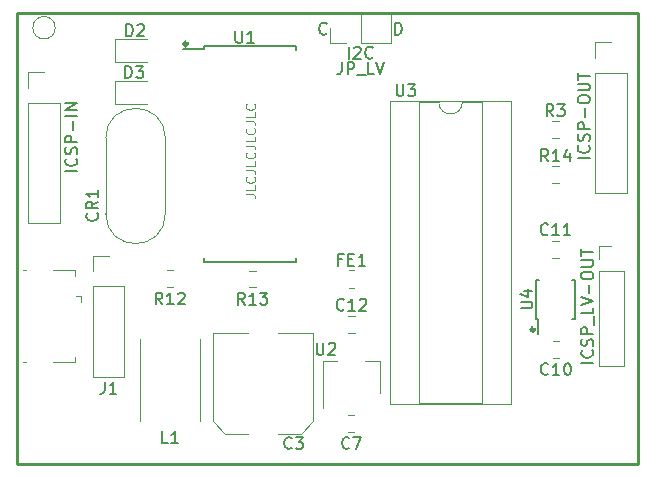
<source format=gbr>
G04 #@! TF.GenerationSoftware,KiCad,Pcbnew,5.1.9+dfsg1-1+deb11u1*
G04 #@! TF.CreationDate,2023-08-08T20:31:31+02:00*
G04 #@! TF.ProjectId,oprog_minimal,6f70726f-675f-46d6-996e-696d616c2e6b,rev?*
G04 #@! TF.SameCoordinates,PXa8d62b0PY5f13998*
G04 #@! TF.FileFunction,Legend,Top*
G04 #@! TF.FilePolarity,Positive*
%FSLAX46Y46*%
G04 Gerber Fmt 4.6, Leading zero omitted, Abs format (unit mm)*
G04 Created by KiCad (PCBNEW 5.1.9+dfsg1-1+deb11u1) date 2023-08-08 20:31:31*
%MOMM*%
%LPD*%
G01*
G04 APERTURE LIST*
%ADD10C,0.150000*%
%ADD11C,0.300000*%
%ADD12C,0.100000*%
%ADD13C,0.240000*%
%ADD14C,0.120000*%
G04 APERTURE END LIST*
D10*
X32250095Y-2103380D02*
X32250095Y-1103380D01*
X32488190Y-1103380D01*
X32631047Y-1151000D01*
X32726285Y-1246238D01*
X32773904Y-1341476D01*
X32821523Y-1531952D01*
X32821523Y-1674809D01*
X32773904Y-1865285D01*
X32726285Y-1960523D01*
X32631047Y-2055761D01*
X32488190Y-2103380D01*
X32250095Y-2103380D01*
X26471523Y-2008142D02*
X26423904Y-2055761D01*
X26281047Y-2103380D01*
X26185809Y-2103380D01*
X26042952Y-2055761D01*
X25947714Y-1960523D01*
X25900095Y-1865285D01*
X25852476Y-1674809D01*
X25852476Y-1531952D01*
X25900095Y-1341476D01*
X25947714Y-1246238D01*
X26042952Y-1151000D01*
X26185809Y-1103380D01*
X26281047Y-1103380D01*
X26423904Y-1151000D01*
X26471523Y-1198619D01*
D11*
X44066600Y-27076400D02*
G75*
G03*
X44066600Y-27076400I-150000J0D01*
G01*
X14678800Y-2895600D02*
G75*
G03*
X14678800Y-2895600I-150000J0D01*
G01*
D12*
X19627904Y-15633238D02*
X20199333Y-15633238D01*
X20313619Y-15671333D01*
X20389809Y-15747523D01*
X20427904Y-15861809D01*
X20427904Y-15938000D01*
X20427904Y-14871333D02*
X20427904Y-15252285D01*
X19627904Y-15252285D01*
X20351714Y-14147523D02*
X20389809Y-14185619D01*
X20427904Y-14299904D01*
X20427904Y-14376095D01*
X20389809Y-14490380D01*
X20313619Y-14566571D01*
X20237428Y-14604666D01*
X20085047Y-14642761D01*
X19970761Y-14642761D01*
X19818380Y-14604666D01*
X19742190Y-14566571D01*
X19666000Y-14490380D01*
X19627904Y-14376095D01*
X19627904Y-14299904D01*
X19666000Y-14185619D01*
X19704095Y-14147523D01*
X19627904Y-13576095D02*
X20199333Y-13576095D01*
X20313619Y-13614190D01*
X20389809Y-13690380D01*
X20427904Y-13804666D01*
X20427904Y-13880857D01*
X20427904Y-12814190D02*
X20427904Y-13195142D01*
X19627904Y-13195142D01*
X20351714Y-12090380D02*
X20389809Y-12128476D01*
X20427904Y-12242761D01*
X20427904Y-12318952D01*
X20389809Y-12433238D01*
X20313619Y-12509428D01*
X20237428Y-12547523D01*
X20085047Y-12585619D01*
X19970761Y-12585619D01*
X19818380Y-12547523D01*
X19742190Y-12509428D01*
X19666000Y-12433238D01*
X19627904Y-12318952D01*
X19627904Y-12242761D01*
X19666000Y-12128476D01*
X19704095Y-12090380D01*
X19627904Y-11518952D02*
X20199333Y-11518952D01*
X20313619Y-11557047D01*
X20389809Y-11633238D01*
X20427904Y-11747523D01*
X20427904Y-11823714D01*
X20427904Y-10757047D02*
X20427904Y-11138000D01*
X19627904Y-11138000D01*
X20351714Y-10033238D02*
X20389809Y-10071333D01*
X20427904Y-10185619D01*
X20427904Y-10261809D01*
X20389809Y-10376095D01*
X20313619Y-10452285D01*
X20237428Y-10490380D01*
X20085047Y-10528476D01*
X19970761Y-10528476D01*
X19818380Y-10490380D01*
X19742190Y-10452285D01*
X19666000Y-10376095D01*
X19627904Y-10261809D01*
X19627904Y-10185619D01*
X19666000Y-10071333D01*
X19704095Y-10033238D01*
X19627904Y-9461809D02*
X20199333Y-9461809D01*
X20313619Y-9499904D01*
X20389809Y-9576095D01*
X20427904Y-9690380D01*
X20427904Y-9766571D01*
X20427904Y-8699904D02*
X20427904Y-9080857D01*
X19627904Y-9080857D01*
X20351714Y-7976095D02*
X20389809Y-8014190D01*
X20427904Y-8128476D01*
X20427904Y-8204666D01*
X20389809Y-8318952D01*
X20313619Y-8395142D01*
X20237428Y-8433238D01*
X20085047Y-8471333D01*
X19970761Y-8471333D01*
X19818380Y-8433238D01*
X19742190Y-8395142D01*
X19666000Y-8318952D01*
X19627904Y-8204666D01*
X19627904Y-8128476D01*
X19666000Y-8014190D01*
X19704095Y-7976095D01*
D13*
X254000Y-38481000D02*
X254000Y-254000D01*
X52832000Y-38481000D02*
X254000Y-38481000D01*
X52832000Y-254000D02*
X52832000Y-38481000D01*
X254000Y-254000D02*
X52832000Y-254000D01*
D14*
X28802064Y-23544200D02*
X28347936Y-23544200D01*
X28802064Y-22074200D02*
X28347936Y-22074200D01*
X15758000Y-34819000D02*
X15758000Y-27919000D01*
X10658000Y-34819000D02*
X10658000Y-27919000D01*
X25342000Y-27363000D02*
X22392000Y-27363000D01*
X16822000Y-27363000D02*
X19772000Y-27363000D01*
X16822000Y-34818563D02*
X16822000Y-27363000D01*
X25342000Y-34818563D02*
X25342000Y-27363000D01*
X24277563Y-35883000D02*
X22392000Y-35883000D01*
X17886437Y-35883000D02*
X19772000Y-35883000D01*
X17886437Y-35883000D02*
X16822000Y-34818563D01*
X24277563Y-35883000D02*
X25342000Y-34818563D01*
X28833578Y-25934600D02*
X28316422Y-25934600D01*
X28833578Y-27354600D02*
X28316422Y-27354600D01*
X45588422Y-19584600D02*
X46105578Y-19584600D01*
X45588422Y-21004600D02*
X46105578Y-21004600D01*
D10*
X44181800Y-26195800D02*
X44356800Y-26195800D01*
X44181800Y-22845800D02*
X44431800Y-22845800D01*
X47531800Y-22845800D02*
X47281800Y-22845800D01*
X47531800Y-26195800D02*
X47281800Y-26195800D01*
X44181800Y-26195800D02*
X44181800Y-22845800D01*
X47531800Y-26195800D02*
X47531800Y-22845800D01*
X44356800Y-26195800D02*
X44356800Y-27445800D01*
D14*
X45613822Y-28042800D02*
X46130978Y-28042800D01*
X45613822Y-29462800D02*
X46130978Y-29462800D01*
X45590722Y-14680000D02*
X46107878Y-14680000D01*
X45590722Y-13260000D02*
X46107878Y-13260000D01*
X29749600Y-29716000D02*
X30949600Y-29716000D01*
X30949600Y-29716000D02*
X30949600Y-32416000D01*
X26149600Y-33716000D02*
X26149600Y-29716000D01*
X26149600Y-29716000D02*
X27349600Y-29716000D01*
X31937000Y-2854000D02*
X31937000Y-194000D01*
X29337000Y-2854000D02*
X31937000Y-2854000D01*
X29337000Y-194000D02*
X31937000Y-194000D01*
X29337000Y-2854000D02*
X29337000Y-194000D01*
X28067000Y-2854000D02*
X26737000Y-2854000D01*
X26737000Y-2854000D02*
X26737000Y-1524000D01*
X49486000Y-30142000D02*
X51606000Y-30142000D01*
X49486000Y-22082000D02*
X49486000Y-30142000D01*
X51606000Y-22082000D02*
X51606000Y-30142000D01*
X49486000Y-22082000D02*
X51606000Y-22082000D01*
X49486000Y-21082000D02*
X49486000Y-20022000D01*
X49486000Y-20022000D02*
X50546000Y-20022000D01*
X28810478Y-35711200D02*
X28293322Y-35711200D01*
X28810478Y-34291200D02*
X28293322Y-34291200D01*
X6671000Y-31111500D02*
X9331000Y-31111500D01*
X6671000Y-23431500D02*
X6671000Y-31111500D01*
X9331000Y-23431500D02*
X9331000Y-31111500D01*
X6671000Y-23431500D02*
X9331000Y-23431500D01*
X6671000Y-22161500D02*
X6671000Y-20831500D01*
X6671000Y-20831500D02*
X8001000Y-20831500D01*
X5126000Y-22056500D02*
X5126000Y-22506500D01*
X3276000Y-22056500D02*
X5126000Y-22056500D01*
X726000Y-29856500D02*
X976000Y-29856500D01*
X726000Y-22056500D02*
X976000Y-22056500D01*
X3276000Y-29856500D02*
X5126000Y-29856500D01*
X5126000Y-29856500D02*
X5126000Y-29406500D01*
X5676000Y-24256500D02*
X5676000Y-24706500D01*
X5676000Y-24256500D02*
X5226000Y-24256500D01*
X3490000Y-1524000D02*
G75*
G03*
X3490000Y-1524000I-950000J0D01*
G01*
X1210000Y-18094000D02*
X3870000Y-18094000D01*
X1210000Y-7874000D02*
X1210000Y-18094000D01*
X3870000Y-7874000D02*
X3870000Y-18094000D01*
X1210000Y-7874000D02*
X3870000Y-7874000D01*
X1210000Y-6604000D02*
X1210000Y-5274000D01*
X1210000Y-5274000D02*
X2540000Y-5274000D01*
X49216000Y-15554000D02*
X51876000Y-15554000D01*
X49216000Y-5334000D02*
X49216000Y-15554000D01*
X51876000Y-5334000D02*
X51876000Y-15554000D01*
X49216000Y-5334000D02*
X51876000Y-5334000D01*
X49216000Y-4064000D02*
X49216000Y-2734000D01*
X49216000Y-2734000D02*
X50546000Y-2734000D01*
X11238500Y-2469000D02*
X8553500Y-2469000D01*
X8553500Y-2469000D02*
X8553500Y-4389000D01*
X8553500Y-4389000D02*
X11238500Y-4389000D01*
X11238500Y-6025000D02*
X8553500Y-6025000D01*
X8553500Y-6025000D02*
X8553500Y-7945000D01*
X8553500Y-7945000D02*
X11238500Y-7945000D01*
X46105578Y-10819200D02*
X45588422Y-10819200D01*
X46105578Y-9399200D02*
X45588422Y-9399200D01*
D10*
X16114800Y-3092400D02*
X16114800Y-3342400D01*
X23864800Y-3092400D02*
X23864800Y-3437400D01*
X23864800Y-21342400D02*
X23864800Y-20997400D01*
X16114800Y-21342400D02*
X16114800Y-20997400D01*
X16114800Y-3092400D02*
X23864800Y-3092400D01*
X16114800Y-21342400D02*
X23864800Y-21342400D01*
X16114800Y-3342400D02*
X14289800Y-3342400D01*
D14*
X35957000Y-7814000D02*
X34307000Y-7814000D01*
X34307000Y-7814000D02*
X34307000Y-33334000D01*
X34307000Y-33334000D02*
X39607000Y-33334000D01*
X39607000Y-33334000D02*
X39607000Y-7814000D01*
X39607000Y-7814000D02*
X37957000Y-7814000D01*
X31817000Y-7754000D02*
X31817000Y-33394000D01*
X31817000Y-33394000D02*
X42097000Y-33394000D01*
X42097000Y-33394000D02*
X42097000Y-7754000D01*
X42097000Y-7754000D02*
X31817000Y-7754000D01*
X37957000Y-7814000D02*
G75*
G02*
X35957000Y-7814000I-1000000J0D01*
G01*
X12812000Y-10873200D02*
X12812000Y-17273200D01*
X7762000Y-10873200D02*
X7762000Y-17273200D01*
X7762000Y-17273200D02*
G75*
G03*
X12812000Y-17273200I2525000J0D01*
G01*
X7762000Y-10873200D02*
G75*
G02*
X12812000Y-10873200I2525000J0D01*
G01*
X20451578Y-23506500D02*
X19934422Y-23506500D01*
X20451578Y-22086500D02*
X19934422Y-22086500D01*
X13466578Y-23493800D02*
X12949422Y-23493800D01*
X13466578Y-22073800D02*
X12949422Y-22073800D01*
D10*
X27789285Y-21137571D02*
X27455952Y-21137571D01*
X27455952Y-21661380D02*
X27455952Y-20661380D01*
X27932142Y-20661380D01*
X28313095Y-21137571D02*
X28646428Y-21137571D01*
X28789285Y-21661380D02*
X28313095Y-21661380D01*
X28313095Y-20661380D01*
X28789285Y-20661380D01*
X29741666Y-21661380D02*
X29170238Y-21661380D01*
X29455952Y-21661380D02*
X29455952Y-20661380D01*
X29360714Y-20804238D01*
X29265476Y-20899476D01*
X29170238Y-20947095D01*
X13041333Y-36698180D02*
X12565142Y-36698180D01*
X12565142Y-35698180D01*
X13898476Y-36698180D02*
X13327047Y-36698180D01*
X13612761Y-36698180D02*
X13612761Y-35698180D01*
X13517523Y-35841038D01*
X13422285Y-35936276D01*
X13327047Y-35983895D01*
X23506133Y-37085542D02*
X23458514Y-37133161D01*
X23315657Y-37180780D01*
X23220419Y-37180780D01*
X23077561Y-37133161D01*
X22982323Y-37037923D01*
X22934704Y-36942685D01*
X22887085Y-36752209D01*
X22887085Y-36609352D01*
X22934704Y-36418876D01*
X22982323Y-36323638D01*
X23077561Y-36228400D01*
X23220419Y-36180780D01*
X23315657Y-36180780D01*
X23458514Y-36228400D01*
X23506133Y-36276019D01*
X23839466Y-36180780D02*
X24458514Y-36180780D01*
X24125180Y-36561733D01*
X24268038Y-36561733D01*
X24363276Y-36609352D01*
X24410895Y-36656971D01*
X24458514Y-36752209D01*
X24458514Y-36990304D01*
X24410895Y-37085542D01*
X24363276Y-37133161D01*
X24268038Y-37180780D01*
X23982323Y-37180780D01*
X23887085Y-37133161D01*
X23839466Y-37085542D01*
X27932142Y-25376142D02*
X27884523Y-25423761D01*
X27741666Y-25471380D01*
X27646428Y-25471380D01*
X27503571Y-25423761D01*
X27408333Y-25328523D01*
X27360714Y-25233285D01*
X27313095Y-25042809D01*
X27313095Y-24899952D01*
X27360714Y-24709476D01*
X27408333Y-24614238D01*
X27503571Y-24519000D01*
X27646428Y-24471380D01*
X27741666Y-24471380D01*
X27884523Y-24519000D01*
X27932142Y-24566619D01*
X28884523Y-25471380D02*
X28313095Y-25471380D01*
X28598809Y-25471380D02*
X28598809Y-24471380D01*
X28503571Y-24614238D01*
X28408333Y-24709476D01*
X28313095Y-24757095D01*
X29265476Y-24566619D02*
X29313095Y-24519000D01*
X29408333Y-24471380D01*
X29646428Y-24471380D01*
X29741666Y-24519000D01*
X29789285Y-24566619D01*
X29836904Y-24661857D01*
X29836904Y-24757095D01*
X29789285Y-24899952D01*
X29217857Y-25471380D01*
X29836904Y-25471380D01*
X45204142Y-19001742D02*
X45156523Y-19049361D01*
X45013666Y-19096980D01*
X44918428Y-19096980D01*
X44775571Y-19049361D01*
X44680333Y-18954123D01*
X44632714Y-18858885D01*
X44585095Y-18668409D01*
X44585095Y-18525552D01*
X44632714Y-18335076D01*
X44680333Y-18239838D01*
X44775571Y-18144600D01*
X44918428Y-18096980D01*
X45013666Y-18096980D01*
X45156523Y-18144600D01*
X45204142Y-18192219D01*
X46156523Y-19096980D02*
X45585095Y-19096980D01*
X45870809Y-19096980D02*
X45870809Y-18096980D01*
X45775571Y-18239838D01*
X45680333Y-18335076D01*
X45585095Y-18382695D01*
X47108904Y-19096980D02*
X46537476Y-19096980D01*
X46823190Y-19096980D02*
X46823190Y-18096980D01*
X46727952Y-18239838D01*
X46632714Y-18335076D01*
X46537476Y-18382695D01*
X42886380Y-25292504D02*
X43695904Y-25292504D01*
X43791142Y-25244885D01*
X43838761Y-25197266D01*
X43886380Y-25102028D01*
X43886380Y-24911552D01*
X43838761Y-24816314D01*
X43791142Y-24768695D01*
X43695904Y-24721076D01*
X42886380Y-24721076D01*
X43219714Y-23816314D02*
X43886380Y-23816314D01*
X42838761Y-24054409D02*
X43553047Y-24292504D01*
X43553047Y-23673457D01*
X45229542Y-30837142D02*
X45181923Y-30884761D01*
X45039066Y-30932380D01*
X44943828Y-30932380D01*
X44800971Y-30884761D01*
X44705733Y-30789523D01*
X44658114Y-30694285D01*
X44610495Y-30503809D01*
X44610495Y-30360952D01*
X44658114Y-30170476D01*
X44705733Y-30075238D01*
X44800971Y-29980000D01*
X44943828Y-29932380D01*
X45039066Y-29932380D01*
X45181923Y-29980000D01*
X45229542Y-30027619D01*
X46181923Y-30932380D02*
X45610495Y-30932380D01*
X45896209Y-30932380D02*
X45896209Y-29932380D01*
X45800971Y-30075238D01*
X45705733Y-30170476D01*
X45610495Y-30218095D01*
X46800971Y-29932380D02*
X46896209Y-29932380D01*
X46991447Y-29980000D01*
X47039066Y-30027619D01*
X47086685Y-30122857D01*
X47134304Y-30313333D01*
X47134304Y-30551428D01*
X47086685Y-30741904D01*
X47039066Y-30837142D01*
X46991447Y-30884761D01*
X46896209Y-30932380D01*
X46800971Y-30932380D01*
X46705733Y-30884761D01*
X46658114Y-30837142D01*
X46610495Y-30741904D01*
X46562876Y-30551428D01*
X46562876Y-30313333D01*
X46610495Y-30122857D01*
X46658114Y-30027619D01*
X46705733Y-29980000D01*
X46800971Y-29932380D01*
X45229542Y-12822180D02*
X44896209Y-12345990D01*
X44658114Y-12822180D02*
X44658114Y-11822180D01*
X45039066Y-11822180D01*
X45134304Y-11869800D01*
X45181923Y-11917419D01*
X45229542Y-12012657D01*
X45229542Y-12155514D01*
X45181923Y-12250752D01*
X45134304Y-12298371D01*
X45039066Y-12345990D01*
X44658114Y-12345990D01*
X46181923Y-12822180D02*
X45610495Y-12822180D01*
X45896209Y-12822180D02*
X45896209Y-11822180D01*
X45800971Y-11965038D01*
X45705733Y-12060276D01*
X45610495Y-12107895D01*
X47039066Y-12155514D02*
X47039066Y-12822180D01*
X46800971Y-11774561D02*
X46562876Y-12488847D01*
X47181923Y-12488847D01*
X25628695Y-28205180D02*
X25628695Y-29014704D01*
X25676314Y-29109942D01*
X25723933Y-29157561D01*
X25819171Y-29205180D01*
X26009647Y-29205180D01*
X26104885Y-29157561D01*
X26152504Y-29109942D01*
X26200123Y-29014704D01*
X26200123Y-28205180D01*
X26628695Y-28300419D02*
X26676314Y-28252800D01*
X26771552Y-28205180D01*
X27009647Y-28205180D01*
X27104885Y-28252800D01*
X27152504Y-28300419D01*
X27200123Y-28395657D01*
X27200123Y-28490895D01*
X27152504Y-28633752D01*
X26581076Y-29205180D01*
X27200123Y-29205180D01*
X27765571Y-4456180D02*
X27765571Y-5170466D01*
X27717952Y-5313323D01*
X27622714Y-5408561D01*
X27479857Y-5456180D01*
X27384619Y-5456180D01*
X28241761Y-5456180D02*
X28241761Y-4456180D01*
X28622714Y-4456180D01*
X28717952Y-4503800D01*
X28765571Y-4551419D01*
X28813190Y-4646657D01*
X28813190Y-4789514D01*
X28765571Y-4884752D01*
X28717952Y-4932371D01*
X28622714Y-4979990D01*
X28241761Y-4979990D01*
X29003666Y-5551419D02*
X29765571Y-5551419D01*
X30479857Y-5456180D02*
X30003666Y-5456180D01*
X30003666Y-4456180D01*
X30670333Y-4456180D02*
X31003666Y-5456180D01*
X31337000Y-4456180D01*
X28360809Y-4135380D02*
X28360809Y-3135380D01*
X28789380Y-3230619D02*
X28837000Y-3183000D01*
X28932238Y-3135380D01*
X29170333Y-3135380D01*
X29265571Y-3183000D01*
X29313190Y-3230619D01*
X29360809Y-3325857D01*
X29360809Y-3421095D01*
X29313190Y-3563952D01*
X28741761Y-4135380D01*
X29360809Y-4135380D01*
X30360809Y-4040142D02*
X30313190Y-4087761D01*
X30170333Y-4135380D01*
X30075095Y-4135380D01*
X29932238Y-4087761D01*
X29837000Y-3992523D01*
X29789380Y-3897285D01*
X29741761Y-3706809D01*
X29741761Y-3563952D01*
X29789380Y-3373476D01*
X29837000Y-3278238D01*
X29932238Y-3183000D01*
X30075095Y-3135380D01*
X30170333Y-3135380D01*
X30313190Y-3183000D01*
X30360809Y-3230619D01*
X49029880Y-29884095D02*
X48029880Y-29884095D01*
X48934642Y-28836476D02*
X48982261Y-28884095D01*
X49029880Y-29026952D01*
X49029880Y-29122190D01*
X48982261Y-29265047D01*
X48887023Y-29360285D01*
X48791785Y-29407904D01*
X48601309Y-29455523D01*
X48458452Y-29455523D01*
X48267976Y-29407904D01*
X48172738Y-29360285D01*
X48077500Y-29265047D01*
X48029880Y-29122190D01*
X48029880Y-29026952D01*
X48077500Y-28884095D01*
X48125119Y-28836476D01*
X48982261Y-28455523D02*
X49029880Y-28312666D01*
X49029880Y-28074571D01*
X48982261Y-27979333D01*
X48934642Y-27931714D01*
X48839404Y-27884095D01*
X48744166Y-27884095D01*
X48648928Y-27931714D01*
X48601309Y-27979333D01*
X48553690Y-28074571D01*
X48506071Y-28265047D01*
X48458452Y-28360285D01*
X48410833Y-28407904D01*
X48315595Y-28455523D01*
X48220357Y-28455523D01*
X48125119Y-28407904D01*
X48077500Y-28360285D01*
X48029880Y-28265047D01*
X48029880Y-28026952D01*
X48077500Y-27884095D01*
X49029880Y-27455523D02*
X48029880Y-27455523D01*
X48029880Y-27074571D01*
X48077500Y-26979333D01*
X48125119Y-26931714D01*
X48220357Y-26884095D01*
X48363214Y-26884095D01*
X48458452Y-26931714D01*
X48506071Y-26979333D01*
X48553690Y-27074571D01*
X48553690Y-27455523D01*
X49125119Y-26693619D02*
X49125119Y-25931714D01*
X49029880Y-25217428D02*
X49029880Y-25693619D01*
X48029880Y-25693619D01*
X48029880Y-25026952D02*
X49029880Y-24693619D01*
X48029880Y-24360285D01*
X48648928Y-24026952D02*
X48648928Y-23265047D01*
X48029880Y-22598380D02*
X48029880Y-22407904D01*
X48077500Y-22312666D01*
X48172738Y-22217428D01*
X48363214Y-22169809D01*
X48696547Y-22169809D01*
X48887023Y-22217428D01*
X48982261Y-22312666D01*
X49029880Y-22407904D01*
X49029880Y-22598380D01*
X48982261Y-22693619D01*
X48887023Y-22788857D01*
X48696547Y-22836476D01*
X48363214Y-22836476D01*
X48172738Y-22788857D01*
X48077500Y-22693619D01*
X48029880Y-22598380D01*
X48029880Y-21741238D02*
X48839404Y-21741238D01*
X48934642Y-21693619D01*
X48982261Y-21646000D01*
X49029880Y-21550761D01*
X49029880Y-21360285D01*
X48982261Y-21265047D01*
X48934642Y-21217428D01*
X48839404Y-21169809D01*
X48029880Y-21169809D01*
X48029880Y-20836476D02*
X48029880Y-20265047D01*
X49029880Y-20550761D02*
X48029880Y-20550761D01*
X28385233Y-37085542D02*
X28337614Y-37133161D01*
X28194757Y-37180780D01*
X28099519Y-37180780D01*
X27956661Y-37133161D01*
X27861423Y-37037923D01*
X27813804Y-36942685D01*
X27766185Y-36752209D01*
X27766185Y-36609352D01*
X27813804Y-36418876D01*
X27861423Y-36323638D01*
X27956661Y-36228400D01*
X28099519Y-36180780D01*
X28194757Y-36180780D01*
X28337614Y-36228400D01*
X28385233Y-36276019D01*
X28718566Y-36180780D02*
X29385233Y-36180780D01*
X28956661Y-37180780D01*
X7667666Y-31519880D02*
X7667666Y-32234166D01*
X7620047Y-32377023D01*
X7524809Y-32472261D01*
X7381952Y-32519880D01*
X7286714Y-32519880D01*
X8667666Y-32519880D02*
X8096238Y-32519880D01*
X8381952Y-32519880D02*
X8381952Y-31519880D01*
X8286714Y-31662738D01*
X8191476Y-31757976D01*
X8096238Y-31805595D01*
X5341880Y-13652142D02*
X4341880Y-13652142D01*
X5246642Y-12604523D02*
X5294261Y-12652142D01*
X5341880Y-12795000D01*
X5341880Y-12890238D01*
X5294261Y-13033095D01*
X5199023Y-13128333D01*
X5103785Y-13175952D01*
X4913309Y-13223571D01*
X4770452Y-13223571D01*
X4579976Y-13175952D01*
X4484738Y-13128333D01*
X4389500Y-13033095D01*
X4341880Y-12890238D01*
X4341880Y-12795000D01*
X4389500Y-12652142D01*
X4437119Y-12604523D01*
X5294261Y-12223571D02*
X5341880Y-12080714D01*
X5341880Y-11842619D01*
X5294261Y-11747380D01*
X5246642Y-11699761D01*
X5151404Y-11652142D01*
X5056166Y-11652142D01*
X4960928Y-11699761D01*
X4913309Y-11747380D01*
X4865690Y-11842619D01*
X4818071Y-12033095D01*
X4770452Y-12128333D01*
X4722833Y-12175952D01*
X4627595Y-12223571D01*
X4532357Y-12223571D01*
X4437119Y-12175952D01*
X4389500Y-12128333D01*
X4341880Y-12033095D01*
X4341880Y-11795000D01*
X4389500Y-11652142D01*
X5341880Y-11223571D02*
X4341880Y-11223571D01*
X4341880Y-10842619D01*
X4389500Y-10747380D01*
X4437119Y-10699761D01*
X4532357Y-10652142D01*
X4675214Y-10652142D01*
X4770452Y-10699761D01*
X4818071Y-10747380D01*
X4865690Y-10842619D01*
X4865690Y-11223571D01*
X4960928Y-10223571D02*
X4960928Y-9461666D01*
X5341880Y-8985476D02*
X4341880Y-8985476D01*
X5341880Y-8509285D02*
X4341880Y-8509285D01*
X5341880Y-7937857D01*
X4341880Y-7937857D01*
X48737780Y-12540809D02*
X47737780Y-12540809D01*
X48642542Y-11493190D02*
X48690161Y-11540809D01*
X48737780Y-11683666D01*
X48737780Y-11778904D01*
X48690161Y-11921761D01*
X48594923Y-12017000D01*
X48499685Y-12064619D01*
X48309209Y-12112238D01*
X48166352Y-12112238D01*
X47975876Y-12064619D01*
X47880638Y-12017000D01*
X47785400Y-11921761D01*
X47737780Y-11778904D01*
X47737780Y-11683666D01*
X47785400Y-11540809D01*
X47833019Y-11493190D01*
X48690161Y-11112238D02*
X48737780Y-10969380D01*
X48737780Y-10731285D01*
X48690161Y-10636047D01*
X48642542Y-10588428D01*
X48547304Y-10540809D01*
X48452066Y-10540809D01*
X48356828Y-10588428D01*
X48309209Y-10636047D01*
X48261590Y-10731285D01*
X48213971Y-10921761D01*
X48166352Y-11017000D01*
X48118733Y-11064619D01*
X48023495Y-11112238D01*
X47928257Y-11112238D01*
X47833019Y-11064619D01*
X47785400Y-11017000D01*
X47737780Y-10921761D01*
X47737780Y-10683666D01*
X47785400Y-10540809D01*
X48737780Y-10112238D02*
X47737780Y-10112238D01*
X47737780Y-9731285D01*
X47785400Y-9636047D01*
X47833019Y-9588428D01*
X47928257Y-9540809D01*
X48071114Y-9540809D01*
X48166352Y-9588428D01*
X48213971Y-9636047D01*
X48261590Y-9731285D01*
X48261590Y-10112238D01*
X48356828Y-9112238D02*
X48356828Y-8350333D01*
X47737780Y-7683666D02*
X47737780Y-7493190D01*
X47785400Y-7397952D01*
X47880638Y-7302714D01*
X48071114Y-7255095D01*
X48404447Y-7255095D01*
X48594923Y-7302714D01*
X48690161Y-7397952D01*
X48737780Y-7493190D01*
X48737780Y-7683666D01*
X48690161Y-7778904D01*
X48594923Y-7874142D01*
X48404447Y-7921761D01*
X48071114Y-7921761D01*
X47880638Y-7874142D01*
X47785400Y-7778904D01*
X47737780Y-7683666D01*
X47737780Y-6826523D02*
X48547304Y-6826523D01*
X48642542Y-6778904D01*
X48690161Y-6731285D01*
X48737780Y-6636047D01*
X48737780Y-6445571D01*
X48690161Y-6350333D01*
X48642542Y-6302714D01*
X48547304Y-6255095D01*
X47737780Y-6255095D01*
X47737780Y-5921761D02*
X47737780Y-5350333D01*
X48737780Y-5636047D02*
X47737780Y-5636047D01*
X9500404Y-2231380D02*
X9500404Y-1231380D01*
X9738500Y-1231380D01*
X9881357Y-1279000D01*
X9976595Y-1374238D01*
X10024214Y-1469476D01*
X10071833Y-1659952D01*
X10071833Y-1802809D01*
X10024214Y-1993285D01*
X9976595Y-2088523D01*
X9881357Y-2183761D01*
X9738500Y-2231380D01*
X9500404Y-2231380D01*
X10452785Y-1326619D02*
X10500404Y-1279000D01*
X10595642Y-1231380D01*
X10833738Y-1231380D01*
X10928976Y-1279000D01*
X10976595Y-1326619D01*
X11024214Y-1421857D01*
X11024214Y-1517095D01*
X10976595Y-1659952D01*
X10405166Y-2231380D01*
X11024214Y-2231380D01*
X9421904Y-5786380D02*
X9421904Y-4786380D01*
X9660000Y-4786380D01*
X9802857Y-4834000D01*
X9898095Y-4929238D01*
X9945714Y-5024476D01*
X9993333Y-5214952D01*
X9993333Y-5357809D01*
X9945714Y-5548285D01*
X9898095Y-5643523D01*
X9802857Y-5738761D01*
X9660000Y-5786380D01*
X9421904Y-5786380D01*
X10326666Y-4786380D02*
X10945714Y-4786380D01*
X10612380Y-5167333D01*
X10755238Y-5167333D01*
X10850476Y-5214952D01*
X10898095Y-5262571D01*
X10945714Y-5357809D01*
X10945714Y-5595904D01*
X10898095Y-5691142D01*
X10850476Y-5738761D01*
X10755238Y-5786380D01*
X10469523Y-5786380D01*
X10374285Y-5738761D01*
X10326666Y-5691142D01*
X45654933Y-9012180D02*
X45321600Y-8535990D01*
X45083504Y-9012180D02*
X45083504Y-8012180D01*
X45464457Y-8012180D01*
X45559695Y-8059800D01*
X45607314Y-8107419D01*
X45654933Y-8202657D01*
X45654933Y-8345514D01*
X45607314Y-8440752D01*
X45559695Y-8488371D01*
X45464457Y-8535990D01*
X45083504Y-8535990D01*
X45988266Y-8012180D02*
X46607314Y-8012180D01*
X46273980Y-8393133D01*
X46416838Y-8393133D01*
X46512076Y-8440752D01*
X46559695Y-8488371D01*
X46607314Y-8583609D01*
X46607314Y-8821704D01*
X46559695Y-8916942D01*
X46512076Y-8964561D01*
X46416838Y-9012180D01*
X46131123Y-9012180D01*
X46035885Y-8964561D01*
X45988266Y-8916942D01*
X18745295Y-1789180D02*
X18745295Y-2598704D01*
X18792914Y-2693942D01*
X18840533Y-2741561D01*
X18935771Y-2789180D01*
X19126247Y-2789180D01*
X19221485Y-2741561D01*
X19269104Y-2693942D01*
X19316723Y-2598704D01*
X19316723Y-1789180D01*
X20316723Y-2789180D02*
X19745295Y-2789180D01*
X20031009Y-2789180D02*
X20031009Y-1789180D01*
X19935771Y-1932038D01*
X19840533Y-2027276D01*
X19745295Y-2074895D01*
X32385095Y-6310380D02*
X32385095Y-7119904D01*
X32432714Y-7215142D01*
X32480333Y-7262761D01*
X32575571Y-7310380D01*
X32766047Y-7310380D01*
X32861285Y-7262761D01*
X32908904Y-7215142D01*
X32956523Y-7119904D01*
X32956523Y-6310380D01*
X33337476Y-6310380D02*
X33956523Y-6310380D01*
X33623190Y-6691333D01*
X33766047Y-6691333D01*
X33861285Y-6738952D01*
X33908904Y-6786571D01*
X33956523Y-6881809D01*
X33956523Y-7119904D01*
X33908904Y-7215142D01*
X33861285Y-7262761D01*
X33766047Y-7310380D01*
X33480333Y-7310380D01*
X33385095Y-7262761D01*
X33337476Y-7215142D01*
X7024642Y-17240166D02*
X7072261Y-17287785D01*
X7119880Y-17430642D01*
X7119880Y-17525880D01*
X7072261Y-17668738D01*
X6977023Y-17763976D01*
X6881785Y-17811595D01*
X6691309Y-17859214D01*
X6548452Y-17859214D01*
X6357976Y-17811595D01*
X6262738Y-17763976D01*
X6167500Y-17668738D01*
X6119880Y-17525880D01*
X6119880Y-17430642D01*
X6167500Y-17287785D01*
X6215119Y-17240166D01*
X7119880Y-16240166D02*
X6643690Y-16573500D01*
X7119880Y-16811595D02*
X6119880Y-16811595D01*
X6119880Y-16430642D01*
X6167500Y-16335404D01*
X6215119Y-16287785D01*
X6310357Y-16240166D01*
X6453214Y-16240166D01*
X6548452Y-16287785D01*
X6596071Y-16335404D01*
X6643690Y-16430642D01*
X6643690Y-16811595D01*
X7119880Y-15287785D02*
X7119880Y-15859214D01*
X7119880Y-15573500D02*
X6119880Y-15573500D01*
X6262738Y-15668738D01*
X6357976Y-15763976D01*
X6405595Y-15859214D01*
X19550142Y-24963380D02*
X19216809Y-24487190D01*
X18978714Y-24963380D02*
X18978714Y-23963380D01*
X19359666Y-23963380D01*
X19454904Y-24011000D01*
X19502523Y-24058619D01*
X19550142Y-24153857D01*
X19550142Y-24296714D01*
X19502523Y-24391952D01*
X19454904Y-24439571D01*
X19359666Y-24487190D01*
X18978714Y-24487190D01*
X20502523Y-24963380D02*
X19931095Y-24963380D01*
X20216809Y-24963380D02*
X20216809Y-23963380D01*
X20121571Y-24106238D01*
X20026333Y-24201476D01*
X19931095Y-24249095D01*
X20835857Y-23963380D02*
X21454904Y-23963380D01*
X21121571Y-24344333D01*
X21264428Y-24344333D01*
X21359666Y-24391952D01*
X21407285Y-24439571D01*
X21454904Y-24534809D01*
X21454904Y-24772904D01*
X21407285Y-24868142D01*
X21359666Y-24915761D01*
X21264428Y-24963380D01*
X20978714Y-24963380D01*
X20883476Y-24915761D01*
X20835857Y-24868142D01*
X12565142Y-24950680D02*
X12231809Y-24474490D01*
X11993714Y-24950680D02*
X11993714Y-23950680D01*
X12374666Y-23950680D01*
X12469904Y-23998300D01*
X12517523Y-24045919D01*
X12565142Y-24141157D01*
X12565142Y-24284014D01*
X12517523Y-24379252D01*
X12469904Y-24426871D01*
X12374666Y-24474490D01*
X11993714Y-24474490D01*
X13517523Y-24950680D02*
X12946095Y-24950680D01*
X13231809Y-24950680D02*
X13231809Y-23950680D01*
X13136571Y-24093538D01*
X13041333Y-24188776D01*
X12946095Y-24236395D01*
X13898476Y-24045919D02*
X13946095Y-23998300D01*
X14041333Y-23950680D01*
X14279428Y-23950680D01*
X14374666Y-23998300D01*
X14422285Y-24045919D01*
X14469904Y-24141157D01*
X14469904Y-24236395D01*
X14422285Y-24379252D01*
X13850857Y-24950680D01*
X14469904Y-24950680D01*
M02*

</source>
